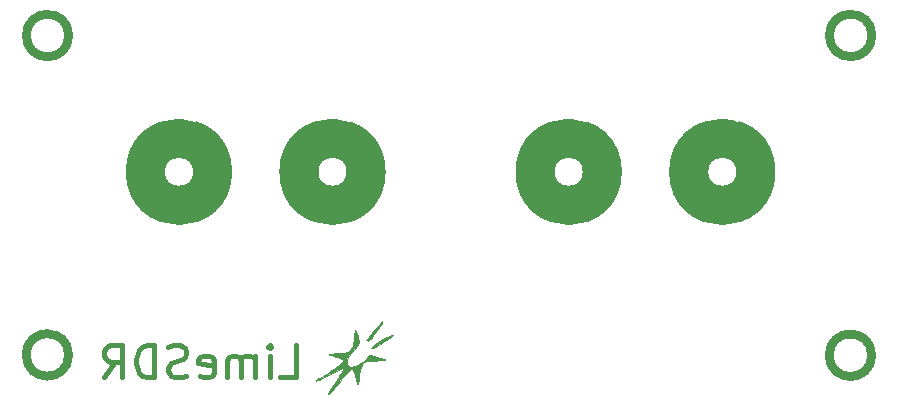
<source format=gbs>
G04 #@! TF.GenerationSoftware,KiCad,Pcbnew,(2017-06-07 revision 51bed4bae)-makepkg*
G04 #@! TF.CreationDate,2017-06-11T00:06:54+02:00*
G04 #@! TF.ProjectId,Front_Panel_76x35_4conn,46726F6E745F50616E656C5F37367833,rev?*
G04 #@! TF.FileFunction,Soldermask,Bot*
G04 #@! TF.FilePolarity,Negative*
%FSLAX46Y46*%
G04 Gerber Fmt 4.6, Leading zero omitted, Abs format (unit mm)*
G04 Created by KiCad (PCBNEW (2017-06-07 revision 51bed4bae)-makepkg) date 06/11/17 00:06:54*
%MOMM*%
%LPD*%
G01*
G04 APERTURE LIST*
%ADD10C,0.150000*%
%ADD11C,0.800000*%
%ADD12C,0.400000*%
%ADD13C,3.000000*%
%ADD14C,0.700000*%
%ADD15C,1.350000*%
%ADD16C,0.010000*%
G04 APERTURE END LIST*
D10*
D11*
X73930000Y-4220000D02*
G75*
G03X73930000Y-4220000I-1800000J0D01*
G01*
X73910000Y-31300000D02*
G75*
G03X73910000Y-31300000I-1800000J0D01*
G01*
X5920000Y-31270000D02*
G75*
G03X5920000Y-31270000I-1800000J0D01*
G01*
X5930000Y-4230000D02*
G75*
G03X5930000Y-4230000I-1800000J0D01*
G01*
D12*
X23850000Y-33151428D02*
X25135714Y-33151428D01*
X25135714Y-30451428D01*
X22950000Y-33151428D02*
X22950000Y-31351428D01*
X22950000Y-30451428D02*
X23078571Y-30580000D01*
X22950000Y-30708571D01*
X22821428Y-30580000D01*
X22950000Y-30451428D01*
X22950000Y-30708571D01*
X21664285Y-33151428D02*
X21664285Y-31351428D01*
X21664285Y-31608571D02*
X21535714Y-31480000D01*
X21278571Y-31351428D01*
X20892857Y-31351428D01*
X20635714Y-31480000D01*
X20507142Y-31737142D01*
X20507142Y-33151428D01*
X20507142Y-31737142D02*
X20378571Y-31480000D01*
X20121428Y-31351428D01*
X19735714Y-31351428D01*
X19478571Y-31480000D01*
X19350000Y-31737142D01*
X19350000Y-33151428D01*
X17035714Y-33022857D02*
X17292857Y-33151428D01*
X17807142Y-33151428D01*
X18064285Y-33022857D01*
X18192857Y-32765714D01*
X18192857Y-31737142D01*
X18064285Y-31480000D01*
X17807142Y-31351428D01*
X17292857Y-31351428D01*
X17035714Y-31480000D01*
X16907142Y-31737142D01*
X16907142Y-31994285D01*
X18192857Y-32251428D01*
X15878571Y-33022857D02*
X15492857Y-33151428D01*
X14850000Y-33151428D01*
X14592857Y-33022857D01*
X14464285Y-32894285D01*
X14335714Y-32637142D01*
X14335714Y-32380000D01*
X14464285Y-32122857D01*
X14592857Y-31994285D01*
X14850000Y-31865714D01*
X15364285Y-31737142D01*
X15621428Y-31608571D01*
X15750000Y-31480000D01*
X15878571Y-31222857D01*
X15878571Y-30965714D01*
X15750000Y-30708571D01*
X15621428Y-30580000D01*
X15364285Y-30451428D01*
X14721428Y-30451428D01*
X14335714Y-30580000D01*
X13178571Y-33151428D02*
X13178571Y-30451428D01*
X12535714Y-30451428D01*
X12150000Y-30580000D01*
X11892857Y-30837142D01*
X11764285Y-31094285D01*
X11635714Y-31608571D01*
X11635714Y-31994285D01*
X11764285Y-32508571D01*
X11892857Y-32765714D01*
X12150000Y-33022857D01*
X12535714Y-33151428D01*
X13178571Y-33151428D01*
X8935714Y-33151428D02*
X9835714Y-31865714D01*
X10478571Y-33151428D02*
X10478571Y-30451428D01*
X9450000Y-30451428D01*
X9192857Y-30580000D01*
X9064285Y-30708571D01*
X8935714Y-30965714D01*
X8935714Y-31351428D01*
X9064285Y-31608571D01*
X9192857Y-31737142D01*
X9450000Y-31865714D01*
X10478571Y-31865714D01*
D13*
X30920000Y-15770000D02*
G75*
G03X30920000Y-15770000I-2660000J0D01*
G01*
D14*
X31190000Y-13930000D02*
X31190000Y-17620000D01*
D15*
X32090000Y-15770000D02*
G75*
G03X32090000Y-15770000I-3830000J0D01*
G01*
D13*
X17920000Y-15770000D02*
G75*
G03X17920000Y-15770000I-2660000J0D01*
G01*
D14*
X18190000Y-13930000D02*
X18190000Y-17620000D01*
D15*
X19090000Y-15770000D02*
G75*
G03X19090000Y-15770000I-3830000J0D01*
G01*
D13*
X63920000Y-15770000D02*
G75*
G03X63920000Y-15770000I-2660000J0D01*
G01*
D14*
X64190000Y-13930000D02*
X64190000Y-17620000D01*
D15*
X65090000Y-15770000D02*
G75*
G03X65090000Y-15770000I-3830000J0D01*
G01*
D13*
X50920000Y-15770000D02*
G75*
G03X50920000Y-15770000I-2660000J0D01*
G01*
D14*
X51190000Y-13930000D02*
X51190000Y-17620000D01*
D15*
X52090000Y-15770000D02*
G75*
G03X52090000Y-15770000I-3830000J0D01*
G01*
D16*
G36*
X31295957Y-30051803D02*
X31332519Y-30040339D01*
X31373131Y-30013087D01*
X31423568Y-29963382D01*
X31489601Y-29884559D01*
X31577003Y-29769953D01*
X31691546Y-29612899D01*
X31839005Y-29406732D01*
X31933381Y-29274000D01*
X32081494Y-29064601D01*
X32214803Y-28874391D01*
X32327766Y-28711415D01*
X32414847Y-28583718D01*
X32470505Y-28499345D01*
X32489230Y-28466643D01*
X32473027Y-28438978D01*
X32417141Y-28469355D01*
X32320790Y-28558314D01*
X32251192Y-28631408D01*
X32076978Y-28820519D01*
X31937731Y-28974222D01*
X31818508Y-29109793D01*
X31704369Y-29244512D01*
X31580375Y-29395656D01*
X31445232Y-29563469D01*
X31328321Y-29712737D01*
X31231011Y-29843491D01*
X31161030Y-29944825D01*
X31126107Y-30005831D01*
X31123823Y-30017041D01*
X31164691Y-30042225D01*
X31247791Y-30054021D01*
X31257674Y-30054143D01*
X31295957Y-30051803D01*
X31295957Y-30051803D01*
G37*
X31295957Y-30051803D02*
X31332519Y-30040339D01*
X31373131Y-30013087D01*
X31423568Y-29963382D01*
X31489601Y-29884559D01*
X31577003Y-29769953D01*
X31691546Y-29612899D01*
X31839005Y-29406732D01*
X31933381Y-29274000D01*
X32081494Y-29064601D01*
X32214803Y-28874391D01*
X32327766Y-28711415D01*
X32414847Y-28583718D01*
X32470505Y-28499345D01*
X32489230Y-28466643D01*
X32473027Y-28438978D01*
X32417141Y-28469355D01*
X32320790Y-28558314D01*
X32251192Y-28631408D01*
X32076978Y-28820519D01*
X31937731Y-28974222D01*
X31818508Y-29109793D01*
X31704369Y-29244512D01*
X31580375Y-29395656D01*
X31445232Y-29563469D01*
X31328321Y-29712737D01*
X31231011Y-29843491D01*
X31161030Y-29944825D01*
X31126107Y-30005831D01*
X31123823Y-30017041D01*
X31164691Y-30042225D01*
X31247791Y-30054021D01*
X31257674Y-30054143D01*
X31295957Y-30051803D01*
G36*
X27935172Y-34589694D02*
X28007384Y-34522919D01*
X28115945Y-34402521D01*
X28176146Y-34331859D01*
X28279211Y-34209805D01*
X28367202Y-34106189D01*
X28427972Y-34035287D01*
X28446340Y-34014359D01*
X28480475Y-33974224D01*
X28552683Y-33887588D01*
X28655009Y-33764054D01*
X28779495Y-33613228D01*
X28916425Y-33446857D01*
X29072094Y-33259781D01*
X29230581Y-33073377D01*
X29379016Y-32902500D01*
X29504530Y-32762006D01*
X29576514Y-32684857D01*
X29684962Y-32573779D01*
X29757087Y-32507379D01*
X29806785Y-32477947D01*
X29847954Y-32477775D01*
X29894490Y-32499153D01*
X29902897Y-32503800D01*
X30000329Y-32581291D01*
X30077679Y-32699770D01*
X30140506Y-32870244D01*
X30187073Y-33066382D01*
X30234191Y-33300134D01*
X30270038Y-33472144D01*
X30297402Y-33591868D01*
X30319069Y-33668762D01*
X30337828Y-33712280D01*
X30356466Y-33731877D01*
X30377769Y-33737010D01*
X30384807Y-33737143D01*
X30413057Y-33725044D01*
X30435580Y-33681138D01*
X30455379Y-33594012D01*
X30475457Y-33452254D01*
X30487869Y-33345400D01*
X30506189Y-33167522D01*
X30520769Y-33001043D01*
X30529748Y-32868659D01*
X30531706Y-32810185D01*
X30549496Y-32651541D01*
X30596577Y-32459854D01*
X30664279Y-32263938D01*
X30743934Y-32092602D01*
X30751806Y-32078655D01*
X30801120Y-31974665D01*
X30811278Y-31909628D01*
X30783943Y-31891943D01*
X30722151Y-31928844D01*
X30683678Y-31956945D01*
X30623660Y-31992034D01*
X30531743Y-32039373D01*
X30397576Y-32104224D01*
X30210805Y-32191847D01*
X30139380Y-32225026D01*
X30055765Y-32247455D01*
X29933452Y-32262362D01*
X29855088Y-32265689D01*
X29731891Y-32261922D01*
X29653706Y-32241518D01*
X29593346Y-32195181D01*
X29568396Y-32167642D01*
X29501383Y-32062326D01*
X29459922Y-31947990D01*
X29459655Y-31946593D01*
X29466234Y-31808693D01*
X29528774Y-31626959D01*
X29646466Y-31402759D01*
X29818500Y-31137464D01*
X30044064Y-30832443D01*
X30320850Y-30490850D01*
X30432211Y-30349019D01*
X30497021Y-30244949D01*
X30511882Y-30184140D01*
X30511288Y-30182422D01*
X30492360Y-30115342D01*
X30468945Y-30007586D01*
X30457255Y-29945285D01*
X30439001Y-29849920D01*
X30416478Y-29751412D01*
X30385228Y-29632727D01*
X30340797Y-29476833D01*
X30287007Y-29294507D01*
X30245442Y-29205250D01*
X30196329Y-29171313D01*
X30151017Y-29200480D01*
X30150681Y-29201019D01*
X30139599Y-29249958D01*
X30125979Y-29357145D01*
X30111311Y-29508368D01*
X30097083Y-29689416D01*
X30092541Y-29756292D01*
X30067831Y-30054708D01*
X30035053Y-30292042D01*
X29991185Y-30479610D01*
X29933206Y-30628725D01*
X29858094Y-30750703D01*
X29812130Y-30806202D01*
X29730324Y-30891693D01*
X29650316Y-30959428D01*
X29562079Y-31012031D01*
X29455586Y-31052125D01*
X29320810Y-31082334D01*
X29147724Y-31105282D01*
X28926301Y-31123592D01*
X28646515Y-31139887D01*
X28510896Y-31146678D01*
X28322554Y-31157520D01*
X28158784Y-31170071D01*
X28033957Y-31182997D01*
X27962445Y-31194961D01*
X27952891Y-31198535D01*
X27925433Y-31240468D01*
X27954762Y-31280967D01*
X28026467Y-31304541D01*
X28052860Y-31306000D01*
X28184312Y-31319364D01*
X28351882Y-31355273D01*
X28536577Y-31407455D01*
X28719403Y-31469637D01*
X28881367Y-31535546D01*
X29003477Y-31598909D01*
X29053069Y-31636344D01*
X29117101Y-31706602D01*
X29134765Y-31757974D01*
X29113417Y-31820366D01*
X29103264Y-31840381D01*
X29025868Y-31944987D01*
X28887260Y-32076838D01*
X28686069Y-32237094D01*
X28420922Y-32426912D01*
X28354227Y-32472512D01*
X28181436Y-32587910D01*
X27980284Y-32719226D01*
X27766088Y-32856757D01*
X27554164Y-32990801D01*
X27359828Y-33111653D01*
X27198397Y-33209612D01*
X27103955Y-33264571D01*
X26967267Y-33343554D01*
X26883796Y-33398605D01*
X26841989Y-33438526D01*
X26830292Y-33472116D01*
X26830286Y-33473012D01*
X26859725Y-33471419D01*
X26948467Y-33437177D01*
X27097143Y-33369975D01*
X27306386Y-33269506D01*
X27576829Y-33135461D01*
X27909104Y-32967529D01*
X28303845Y-32765403D01*
X28728711Y-32545874D01*
X28888284Y-32466595D01*
X28997576Y-32421668D01*
X29067990Y-32407218D01*
X29107552Y-32417067D01*
X29163188Y-32465402D01*
X29178142Y-32489427D01*
X29173477Y-32514066D01*
X29149531Y-32565533D01*
X29103891Y-32647684D01*
X29034141Y-32764374D01*
X28937866Y-32919457D01*
X28812653Y-33116790D01*
X28656085Y-33360228D01*
X28465748Y-33653625D01*
X28239228Y-34000836D01*
X28058225Y-34277385D01*
X27979562Y-34400779D01*
X27919105Y-34501953D01*
X27886061Y-34565219D01*
X27882571Y-34576742D01*
X27895004Y-34606437D01*
X27935172Y-34589694D01*
X27935172Y-34589694D01*
G37*
X27935172Y-34589694D02*
X28007384Y-34522919D01*
X28115945Y-34402521D01*
X28176146Y-34331859D01*
X28279211Y-34209805D01*
X28367202Y-34106189D01*
X28427972Y-34035287D01*
X28446340Y-34014359D01*
X28480475Y-33974224D01*
X28552683Y-33887588D01*
X28655009Y-33764054D01*
X28779495Y-33613228D01*
X28916425Y-33446857D01*
X29072094Y-33259781D01*
X29230581Y-33073377D01*
X29379016Y-32902500D01*
X29504530Y-32762006D01*
X29576514Y-32684857D01*
X29684962Y-32573779D01*
X29757087Y-32507379D01*
X29806785Y-32477947D01*
X29847954Y-32477775D01*
X29894490Y-32499153D01*
X29902897Y-32503800D01*
X30000329Y-32581291D01*
X30077679Y-32699770D01*
X30140506Y-32870244D01*
X30187073Y-33066382D01*
X30234191Y-33300134D01*
X30270038Y-33472144D01*
X30297402Y-33591868D01*
X30319069Y-33668762D01*
X30337828Y-33712280D01*
X30356466Y-33731877D01*
X30377769Y-33737010D01*
X30384807Y-33737143D01*
X30413057Y-33725044D01*
X30435580Y-33681138D01*
X30455379Y-33594012D01*
X30475457Y-33452254D01*
X30487869Y-33345400D01*
X30506189Y-33167522D01*
X30520769Y-33001043D01*
X30529748Y-32868659D01*
X30531706Y-32810185D01*
X30549496Y-32651541D01*
X30596577Y-32459854D01*
X30664279Y-32263938D01*
X30743934Y-32092602D01*
X30751806Y-32078655D01*
X30801120Y-31974665D01*
X30811278Y-31909628D01*
X30783943Y-31891943D01*
X30722151Y-31928844D01*
X30683678Y-31956945D01*
X30623660Y-31992034D01*
X30531743Y-32039373D01*
X30397576Y-32104224D01*
X30210805Y-32191847D01*
X30139380Y-32225026D01*
X30055765Y-32247455D01*
X29933452Y-32262362D01*
X29855088Y-32265689D01*
X29731891Y-32261922D01*
X29653706Y-32241518D01*
X29593346Y-32195181D01*
X29568396Y-32167642D01*
X29501383Y-32062326D01*
X29459922Y-31947990D01*
X29459655Y-31946593D01*
X29466234Y-31808693D01*
X29528774Y-31626959D01*
X29646466Y-31402759D01*
X29818500Y-31137464D01*
X30044064Y-30832443D01*
X30320850Y-30490850D01*
X30432211Y-30349019D01*
X30497021Y-30244949D01*
X30511882Y-30184140D01*
X30511288Y-30182422D01*
X30492360Y-30115342D01*
X30468945Y-30007586D01*
X30457255Y-29945285D01*
X30439001Y-29849920D01*
X30416478Y-29751412D01*
X30385228Y-29632727D01*
X30340797Y-29476833D01*
X30287007Y-29294507D01*
X30245442Y-29205250D01*
X30196329Y-29171313D01*
X30151017Y-29200480D01*
X30150681Y-29201019D01*
X30139599Y-29249958D01*
X30125979Y-29357145D01*
X30111311Y-29508368D01*
X30097083Y-29689416D01*
X30092541Y-29756292D01*
X30067831Y-30054708D01*
X30035053Y-30292042D01*
X29991185Y-30479610D01*
X29933206Y-30628725D01*
X29858094Y-30750703D01*
X29812130Y-30806202D01*
X29730324Y-30891693D01*
X29650316Y-30959428D01*
X29562079Y-31012031D01*
X29455586Y-31052125D01*
X29320810Y-31082334D01*
X29147724Y-31105282D01*
X28926301Y-31123592D01*
X28646515Y-31139887D01*
X28510896Y-31146678D01*
X28322554Y-31157520D01*
X28158784Y-31170071D01*
X28033957Y-31182997D01*
X27962445Y-31194961D01*
X27952891Y-31198535D01*
X27925433Y-31240468D01*
X27954762Y-31280967D01*
X28026467Y-31304541D01*
X28052860Y-31306000D01*
X28184312Y-31319364D01*
X28351882Y-31355273D01*
X28536577Y-31407455D01*
X28719403Y-31469637D01*
X28881367Y-31535546D01*
X29003477Y-31598909D01*
X29053069Y-31636344D01*
X29117101Y-31706602D01*
X29134765Y-31757974D01*
X29113417Y-31820366D01*
X29103264Y-31840381D01*
X29025868Y-31944987D01*
X28887260Y-32076838D01*
X28686069Y-32237094D01*
X28420922Y-32426912D01*
X28354227Y-32472512D01*
X28181436Y-32587910D01*
X27980284Y-32719226D01*
X27766088Y-32856757D01*
X27554164Y-32990801D01*
X27359828Y-33111653D01*
X27198397Y-33209612D01*
X27103955Y-33264571D01*
X26967267Y-33343554D01*
X26883796Y-33398605D01*
X26841989Y-33438526D01*
X26830292Y-33472116D01*
X26830286Y-33473012D01*
X26859725Y-33471419D01*
X26948467Y-33437177D01*
X27097143Y-33369975D01*
X27306386Y-33269506D01*
X27576829Y-33135461D01*
X27909104Y-32967529D01*
X28303845Y-32765403D01*
X28728711Y-32545874D01*
X28888284Y-32466595D01*
X28997576Y-32421668D01*
X29067990Y-32407218D01*
X29107552Y-32417067D01*
X29163188Y-32465402D01*
X29178142Y-32489427D01*
X29173477Y-32514066D01*
X29149531Y-32565533D01*
X29103891Y-32647684D01*
X29034141Y-32764374D01*
X28937866Y-32919457D01*
X28812653Y-33116790D01*
X28656085Y-33360228D01*
X28465748Y-33653625D01*
X28239228Y-34000836D01*
X28058225Y-34277385D01*
X27979562Y-34400779D01*
X27919105Y-34501953D01*
X27886061Y-34565219D01*
X27882571Y-34576742D01*
X27895004Y-34606437D01*
X27935172Y-34589694D01*
G36*
X31600785Y-30716541D02*
X31708718Y-30672415D01*
X31873376Y-30588605D01*
X31901346Y-30573570D01*
X32069914Y-30478669D01*
X32258867Y-30365924D01*
X32458649Y-30241740D01*
X32659702Y-30112520D01*
X32852469Y-29984669D01*
X33027394Y-29864591D01*
X33174919Y-29758692D01*
X33285487Y-29673376D01*
X33349542Y-29615048D01*
X33361714Y-29594912D01*
X33351720Y-29573335D01*
X33316309Y-29572355D01*
X33247338Y-29595089D01*
X33136665Y-29644652D01*
X32976148Y-29724162D01*
X32835571Y-29796303D01*
X32513983Y-29965298D01*
X32251631Y-30109547D01*
X32041407Y-30233703D01*
X31876198Y-30342421D01*
X31748894Y-30440356D01*
X31652384Y-30532164D01*
X31584777Y-30615079D01*
X31542069Y-30687446D01*
X31546320Y-30721409D01*
X31600785Y-30716541D01*
X31600785Y-30716541D01*
G37*
X31600785Y-30716541D02*
X31708718Y-30672415D01*
X31873376Y-30588605D01*
X31901346Y-30573570D01*
X32069914Y-30478669D01*
X32258867Y-30365924D01*
X32458649Y-30241740D01*
X32659702Y-30112520D01*
X32852469Y-29984669D01*
X33027394Y-29864591D01*
X33174919Y-29758692D01*
X33285487Y-29673376D01*
X33349542Y-29615048D01*
X33361714Y-29594912D01*
X33351720Y-29573335D01*
X33316309Y-29572355D01*
X33247338Y-29595089D01*
X33136665Y-29644652D01*
X32976148Y-29724162D01*
X32835571Y-29796303D01*
X32513983Y-29965298D01*
X32251631Y-30109547D01*
X32041407Y-30233703D01*
X31876198Y-30342421D01*
X31748894Y-30440356D01*
X31652384Y-30532164D01*
X31584777Y-30615079D01*
X31542069Y-30687446D01*
X31546320Y-30721409D01*
X31600785Y-30716541D01*
G36*
X30990127Y-31836382D02*
X31062546Y-31825702D01*
X31191529Y-31812481D01*
X31361176Y-31798132D01*
X31555588Y-31784070D01*
X31638143Y-31778753D01*
X31968250Y-31757392D01*
X32231246Y-31738267D01*
X32432535Y-31720816D01*
X32577524Y-31704481D01*
X32671618Y-31688699D01*
X32720223Y-31672909D01*
X32728722Y-31665609D01*
X32712294Y-31636998D01*
X32646555Y-31611996D01*
X32536683Y-31584462D01*
X32393800Y-31544739D01*
X32237226Y-31498690D01*
X32086277Y-31452173D01*
X31960272Y-31411050D01*
X31878528Y-31381181D01*
X31864450Y-31374735D01*
X31794770Y-31352858D01*
X31680855Y-31331156D01*
X31581409Y-31318176D01*
X31362347Y-31295280D01*
X31168377Y-31495543D01*
X31067921Y-31603983D01*
X30983926Y-31703156D01*
X30933106Y-31773221D01*
X30930402Y-31778030D01*
X30905092Y-31834533D01*
X30925600Y-31848591D01*
X30990127Y-31836382D01*
X30990127Y-31836382D01*
G37*
X30990127Y-31836382D02*
X31062546Y-31825702D01*
X31191529Y-31812481D01*
X31361176Y-31798132D01*
X31555588Y-31784070D01*
X31638143Y-31778753D01*
X31968250Y-31757392D01*
X32231246Y-31738267D01*
X32432535Y-31720816D01*
X32577524Y-31704481D01*
X32671618Y-31688699D01*
X32720223Y-31672909D01*
X32728722Y-31665609D01*
X32712294Y-31636998D01*
X32646555Y-31611996D01*
X32536683Y-31584462D01*
X32393800Y-31544739D01*
X32237226Y-31498690D01*
X32086277Y-31452173D01*
X31960272Y-31411050D01*
X31878528Y-31381181D01*
X31864450Y-31374735D01*
X31794770Y-31352858D01*
X31680855Y-31331156D01*
X31581409Y-31318176D01*
X31362347Y-31295280D01*
X31168377Y-31495543D01*
X31067921Y-31603983D01*
X30983926Y-31703156D01*
X30933106Y-31773221D01*
X30930402Y-31778030D01*
X30905092Y-31834533D01*
X30925600Y-31848591D01*
X30990127Y-31836382D01*
M02*

</source>
